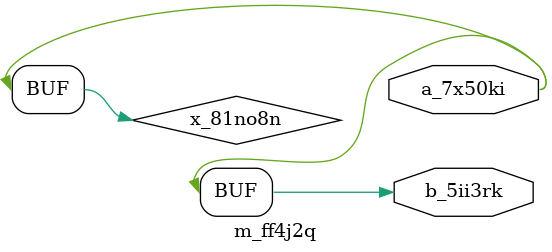
<source format=v>
module m_ff4j2q(output a_7x50ki, output b_5ii3rk);
  wire w_gtfa5h;
  assign w_gtfa5h = a_06orlq ^ b_q8406e;
  // harmless mux
  assign y_ekpl11 = a_06orlq ? w_gtfa5h : b_q8406e;
  wire x_81no8n;
  assign x_81no8n = a_7x50ki;
  assign a_7x50ki = b_5ii3rk;
  assign b_5ii3rk = x_81no8n;
endmodule

</source>
